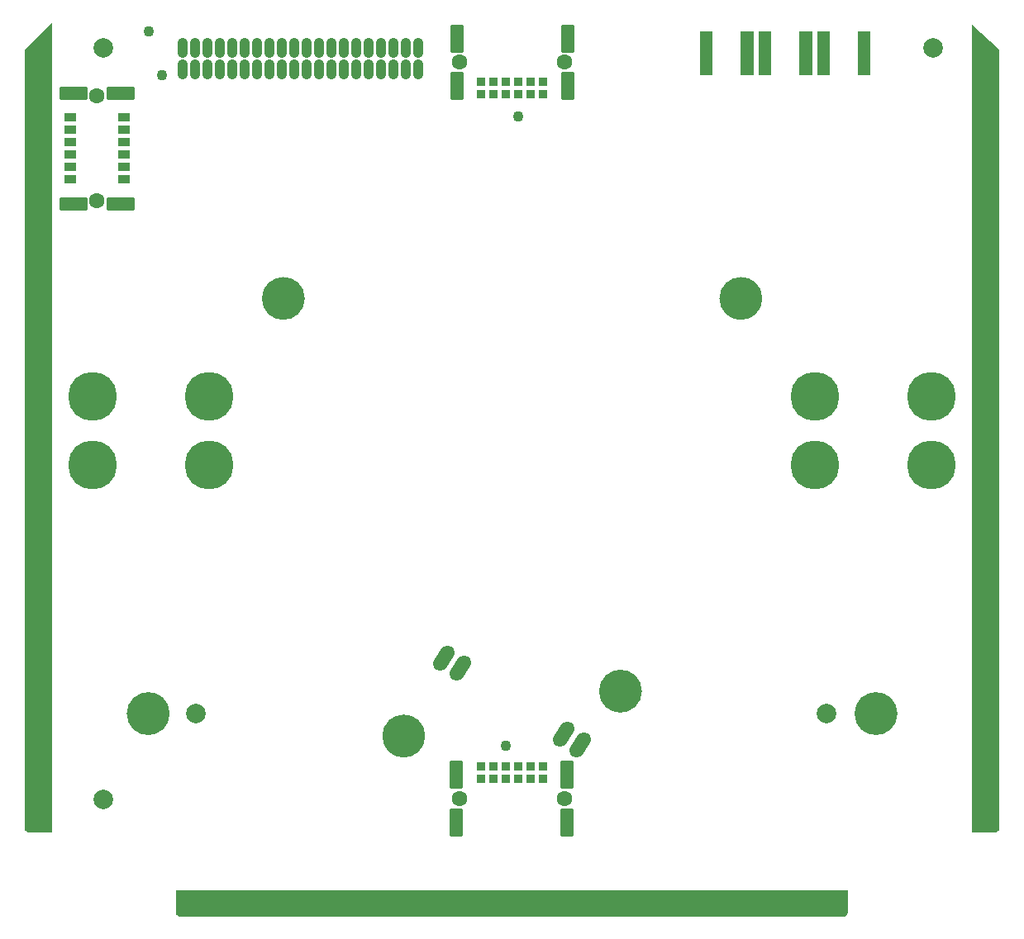
<source format=gbr>
%TF.GenerationSoftware,KiCad,Pcbnew,6.0.11+dfsg-1*%
%TF.CreationDate,2023-02-20T23:54:33-08:00*%
%TF.ProjectId,minusz-end-card-oresat0,6d696e75-737a-42d6-956e-642d63617264,rev?*%
%TF.SameCoordinates,Original*%
%TF.FileFunction,Soldermask,Bot*%
%TF.FilePolarity,Negative*%
%FSLAX46Y46*%
G04 Gerber Fmt 4.6, Leading zero omitted, Abs format (unit mm)*
G04 Created by KiCad (PCBNEW 6.0.11+dfsg-1) date 2023-02-20 23:54:33*
%MOMM*%
%LPD*%
G01*
G04 APERTURE LIST*
G04 Aperture macros list*
%AMRoundRect*
0 Rectangle with rounded corners*
0 $1 Rounding radius*
0 $2 $3 $4 $5 $6 $7 $8 $9 X,Y pos of 4 corners*
0 Add a 4 corners polygon primitive as box body*
4,1,4,$2,$3,$4,$5,$6,$7,$8,$9,$2,$3,0*
0 Add four circle primitives for the rounded corners*
1,1,$1+$1,$2,$3*
1,1,$1+$1,$4,$5*
1,1,$1+$1,$6,$7*
1,1,$1+$1,$8,$9*
0 Add four rect primitives between the rounded corners*
20,1,$1+$1,$2,$3,$4,$5,0*
20,1,$1+$1,$4,$5,$6,$7,0*
20,1,$1+$1,$6,$7,$8,$9,0*
20,1,$1+$1,$8,$9,$2,$3,0*%
%AMHorizOval*
0 Thick line with rounded ends*
0 $1 width*
0 $2 $3 position (X,Y) of the first rounded end (center of the circle)*
0 $4 $5 position (X,Y) of the second rounded end (center of the circle)*
0 Add line between two ends*
20,1,$1,$2,$3,$4,$5,0*
0 Add two circle primitives to create the rounded ends*
1,1,$1,$2,$3*
1,1,$1,$4,$5*%
G04 Aperture macros list end*
%ADD10C,2.200000*%
%ADD11C,5.000000*%
%ADD12C,1.100000*%
%ADD13O,1.092200X2.057400*%
%ADD14C,2.000000*%
%ADD15C,1.600000*%
%ADD16RoundRect,0.063500X0.400000X0.400000X-0.400000X0.400000X-0.400000X-0.400000X0.400000X-0.400000X0*%
%ADD17RoundRect,0.063500X0.600000X1.350000X-0.600000X1.350000X-0.600000X-1.350000X0.600000X-1.350000X0*%
%ADD18C,3.700000*%
%ADD19RoundRect,0.063500X0.550000X-0.400000X0.550000X0.400000X-0.550000X0.400000X-0.550000X-0.400000X0*%
%ADD20RoundRect,0.063500X1.350000X0.600000X-1.350000X0.600000X-1.350000X-0.600000X1.350000X-0.600000X0*%
%ADD21RoundRect,0.063500X-0.400000X-0.400000X0.400000X-0.400000X0.400000X0.400000X-0.400000X0.400000X0*%
%ADD22RoundRect,0.063500X-0.600000X-1.350000X0.600000X-1.350000X0.600000X1.350000X-0.600000X1.350000X0*%
%ADD23HorizOval,1.477000X-0.361186X-0.570237X0.361186X0.570237X0*%
G04 APERTURE END LIST*
%TO.C,CM2*%
G36*
X175052202Y-66094193D02*
G01*
X173756802Y-66094193D01*
X173756802Y-61623793D01*
X175052202Y-61623793D01*
X175052202Y-66094193D01*
G37*
G36*
X179243202Y-66094193D02*
G01*
X177947802Y-66094193D01*
X177947802Y-61623793D01*
X179243202Y-61623793D01*
X179243202Y-66094193D01*
G37*
%TO.C,CM3*%
G36*
X181052202Y-66094193D02*
G01*
X179756802Y-66094193D01*
X179756802Y-61623793D01*
X181052202Y-61623793D01*
X181052202Y-66094193D01*
G37*
G36*
X185243202Y-66094193D02*
G01*
X183947802Y-66094193D01*
X183947802Y-61623793D01*
X185243202Y-61623793D01*
X185243202Y-66094193D01*
G37*
%TO.C,PCB1*%
G36*
X101350000Y-143750000D02*
G01*
X99096723Y-143750000D01*
X98957537Y-143731676D01*
X98824784Y-143676688D01*
X98710787Y-143589213D01*
X98621265Y-143472548D01*
X98550000Y-143206583D01*
X98550000Y-63479289D01*
X101350000Y-60679289D01*
X101350000Y-143750000D01*
G37*
G36*
X182950000Y-151803277D02*
G01*
X182931676Y-151942463D01*
X182876688Y-152075216D01*
X182789213Y-152189213D01*
X182675216Y-152276688D01*
X182542463Y-152331676D01*
X182403277Y-152350000D01*
X114596723Y-152350000D01*
X114457537Y-152331676D01*
X114324784Y-152276688D01*
X114210787Y-152189213D01*
X114121265Y-152072548D01*
X114050000Y-151806583D01*
X114050000Y-149650000D01*
X182950000Y-149650000D01*
X182950000Y-151803277D01*
G37*
G36*
X198450000Y-63478154D02*
G01*
X198450000Y-143203277D01*
X198431676Y-143342463D01*
X198376688Y-143475216D01*
X198289213Y-143589213D01*
X198175216Y-143676688D01*
X198042463Y-143731676D01*
X197903277Y-143750000D01*
X195650000Y-143750000D01*
X195650000Y-60885562D01*
X198450000Y-63478154D01*
G37*
%TO.C,CM1*%
G36*
X173243209Y-66094203D02*
G01*
X171947809Y-66094203D01*
X171947809Y-61623803D01*
X173243209Y-61623803D01*
X173243209Y-66094203D01*
G37*
G36*
X169052209Y-66094203D02*
G01*
X167756809Y-66094203D01*
X167756809Y-61623803D01*
X169052209Y-61623803D01*
X169052209Y-66094203D01*
G37*
%TO.C,HW1*%
D10*
X186887300Y-131534900D02*
G75*
G03*
X186887300Y-131534900I-1100000J0D01*
G01*
%TO.C,HW3*%
X138512902Y-133834934D02*
G75*
G03*
X138512902Y-133834934I-1100000J0D01*
G01*
%TO.C,HW5*%
X173050274Y-88973620D02*
G75*
G03*
X173050274Y-88973620I-1100000J0D01*
G01*
%TO.C,HW6*%
X126175530Y-88973620D02*
G75*
G03*
X126175530Y-88973620I-1100000J0D01*
G01*
%TO.C,HW2*%
X160712902Y-129233485D02*
G75*
G03*
X160712902Y-129233485I-1100000J0D01*
G01*
%TO.C,HW4*%
X112338459Y-131534934D02*
G75*
G03*
X112338459Y-131534934I-1100000J0D01*
G01*
%TD*%
D11*
%TO.C,REF\u002A\u002A*%
X179512902Y-99005193D03*
%TD*%
%TO.C,REF\u002A\u002A*%
X105512902Y-106005193D03*
%TD*%
D12*
%TO.C,TP6*%
X149100002Y-70299993D03*
%TD*%
D11*
%TO.C,REF\u002A\u002A*%
X191512902Y-99005193D03*
%TD*%
%TO.C,REF\u002A\u002A*%
X117512902Y-99005193D03*
%TD*%
%TO.C,REF\u002A\u002A*%
X179512902Y-106005193D03*
%TD*%
D13*
%TO.C,J1*%
X138911502Y-63293193D03*
X138911502Y-65528393D03*
X137641502Y-63293193D03*
X137641502Y-65528393D03*
X136371502Y-63293193D03*
X136371502Y-65528393D03*
X135101502Y-63293193D03*
X135101502Y-65528393D03*
X133831502Y-63293193D03*
X133831502Y-65528393D03*
X132561502Y-63293193D03*
X132561502Y-65528393D03*
X131291502Y-63293193D03*
X131291502Y-65528393D03*
X130021502Y-63293193D03*
X130021502Y-65528393D03*
X128751502Y-63293193D03*
X128751502Y-65528393D03*
X127481502Y-63293193D03*
X127481502Y-65528393D03*
X126211502Y-63293193D03*
X126211502Y-65528393D03*
X124941502Y-63293193D03*
X124941502Y-65528393D03*
X123671502Y-63293193D03*
X123671502Y-65528393D03*
X122401502Y-63293193D03*
X122401502Y-65528393D03*
X121131502Y-63293193D03*
X121131502Y-65528393D03*
X119861502Y-63293193D03*
X119861502Y-65528393D03*
X118591502Y-63293193D03*
X118591502Y-65528393D03*
X117321502Y-63293193D03*
X117321502Y-65528393D03*
X116051502Y-63293193D03*
X116051502Y-65528393D03*
X114781502Y-63293193D03*
X114781502Y-65528393D03*
%TD*%
D12*
%TO.C,TP1*%
X111300002Y-61599993D03*
%TD*%
%TO.C,TP4*%
X147900002Y-134799993D03*
%TD*%
D14*
%TO.C,J6*%
X116138459Y-131534934D03*
%TD*%
%TO.C,J4*%
X180687300Y-131534900D03*
%TD*%
D11*
%TO.C,REF\u002A\u002A*%
X117512902Y-106005193D03*
%TD*%
%TO.C,REF\u002A\u002A*%
X105512902Y-99005193D03*
%TD*%
%TO.C,REF\u002A\u002A*%
X191512902Y-106005193D03*
%TD*%
D12*
%TO.C,TP2*%
X112647902Y-66087193D03*
%TD*%
D14*
%TO.C,FID4*%
X106600002Y-63299993D03*
%TD*%
D15*
%TO.C,J3*%
X153885002Y-140249993D03*
X143115002Y-140249993D03*
D16*
X145325002Y-138249993D03*
X145325002Y-136979993D03*
X146595002Y-138249993D03*
X146595002Y-136979993D03*
X147865002Y-138249993D03*
X147865002Y-136979993D03*
X149135002Y-138249993D03*
X149135002Y-136979993D03*
X150405002Y-138249993D03*
X150405002Y-136979993D03*
X151675002Y-138249993D03*
X151675002Y-136979993D03*
D17*
X142830002Y-137799993D03*
X142830002Y-142699993D03*
X154170002Y-137799993D03*
X154170002Y-142699993D03*
%TD*%
D18*
%TO.C,HW1*%
X185787300Y-131534900D03*
%TD*%
%TO.C,HW3*%
X137412902Y-133834934D03*
%TD*%
%TO.C,HW5*%
X171950274Y-88973620D03*
%TD*%
D15*
%TO.C,CF1*%
X106000002Y-68214993D03*
X106000002Y-78984993D03*
D19*
X108750002Y-70424993D03*
X103250002Y-70424993D03*
X108750002Y-71694993D03*
X103250002Y-71694993D03*
X108750002Y-72964993D03*
X103250002Y-72964993D03*
X108750002Y-74234993D03*
X103250002Y-74234993D03*
X108750002Y-75504993D03*
X103250002Y-75504993D03*
X108750002Y-76774993D03*
X103250002Y-76774993D03*
D20*
X108450002Y-67929993D03*
X103550002Y-67929993D03*
X108450002Y-79269993D03*
X103550002Y-79269993D03*
%TD*%
D14*
%TO.C,FID5*%
X191600002Y-63299993D03*
%TD*%
D18*
%TO.C,HW6*%
X125075530Y-88973620D03*
%TD*%
%TO.C,HW2*%
X159612902Y-129233485D03*
%TD*%
%TO.C,HW4*%
X111238459Y-131534934D03*
%TD*%
D14*
%TO.C,FID6*%
X106600002Y-140299993D03*
%TD*%
D15*
%TO.C,J5*%
X143127902Y-64766393D03*
X153897902Y-64766393D03*
D21*
X151687902Y-66766393D03*
X151687902Y-68036393D03*
X150417902Y-66766393D03*
X150417902Y-68036393D03*
X149147902Y-66766393D03*
X149147902Y-68036393D03*
X147877902Y-66766393D03*
X147877902Y-68036393D03*
X146607902Y-66766393D03*
X146607902Y-68036393D03*
X145337902Y-66766393D03*
X145337902Y-68036393D03*
D22*
X142842902Y-67216393D03*
X154182902Y-62316393D03*
X142842902Y-62316393D03*
X154182902Y-67216393D03*
%TD*%
D23*
%TO.C,R1*%
X141488200Y-125837710D03*
X143177790Y-126907889D03*
X153822210Y-133650021D03*
X155511800Y-134720200D03*
%TD*%
M02*

</source>
